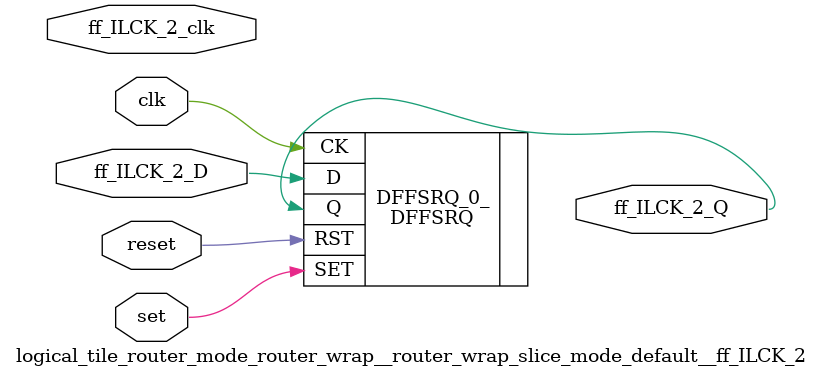
<source format=v>
`default_nettype none

module logical_tile_router_mode_router_wrap__router_wrap_slice_mode_default__ff_ILCK_2(set,
                                                                                       reset,
                                                                                       clk,
                                                                                       ff_ILCK_2_D,
                                                                                       ff_ILCK_2_Q,
                                                                                       ff_ILCK_2_clk);
//----- GLOBAL PORTS -----
input [0:0] set;
//----- GLOBAL PORTS -----
input [0:0] reset;
//----- GLOBAL PORTS -----
input [0:0] clk;
//----- INPUT PORTS -----
input [0:0] ff_ILCK_2_D;
//----- OUTPUT PORTS -----
output [0:0] ff_ILCK_2_Q;
//----- CLOCK PORTS -----
input [0:0] ff_ILCK_2_clk;

//----- BEGIN wire-connection ports -----
wire [0:0] ff_ILCK_2_D;
wire [0:0] ff_ILCK_2_Q;
wire [0:0] ff_ILCK_2_clk;
//----- END wire-connection ports -----


//----- BEGIN Registered ports -----
//----- END Registered ports -----



// ----- BEGIN Local short connections -----
// ----- END Local short connections -----
// ----- BEGIN Local output short connections -----
// ----- END Local output short connections -----

	DFFSRQ DFFSRQ_0_ (
		.SET(set),
		.RST(reset),
		.CK(clk),
		.D(ff_ILCK_2_D),
		.Q(ff_ILCK_2_Q));

endmodule
// ----- END Verilog module for logical_tile_router_mode_router_wrap__router_wrap_slice_mode_default__ff_ILCK_2 -----

//----- Default net type -----
`default_nettype wire




</source>
